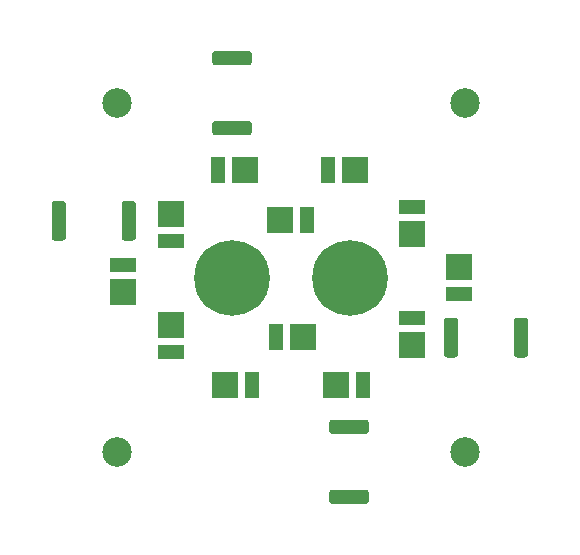
<source format=gbr>
%TF.GenerationSoftware,KiCad,Pcbnew,(5.1.9-0-10_14)*%
%TF.CreationDate,2021-08-05T12:05:48+01:00*%
%TF.ProjectId,gu10-12v-lamp,67753130-2d31-4327-962d-6c616d702e6b,rev?*%
%TF.SameCoordinates,Original*%
%TF.FileFunction,Soldermask,Top*%
%TF.FilePolarity,Negative*%
%FSLAX46Y46*%
G04 Gerber Fmt 4.6, Leading zero omitted, Abs format (unit mm)*
G04 Created by KiCad (PCBNEW (5.1.9-0-10_14)) date 2021-08-05 12:05:48*
%MOMM*%
%LPD*%
G01*
G04 APERTURE LIST*
%ADD10R,2.200000X1.250000*%
%ADD11R,2.200000X2.200000*%
%ADD12R,1.250000X2.200000*%
%ADD13C,2.500000*%
%ADD14C,0.800000*%
%ADD15C,6.400000*%
G04 APERTURE END LIST*
D10*
%TO.C,D13*%
X139800000Y-96875000D03*
D11*
X139800000Y-94600000D03*
%TD*%
D10*
%TO.C,D12*%
X139800000Y-106275000D03*
D11*
X139800000Y-104000000D03*
%TD*%
D10*
%TO.C,D11*%
X135800000Y-98925000D03*
D11*
X135800000Y-101200000D03*
%TD*%
D12*
%TO.C,D10*%
X148725000Y-105000000D03*
D11*
X151000000Y-105000000D03*
%TD*%
D10*
%TO.C,D9*%
X160200000Y-103400000D03*
D11*
X160200000Y-105675000D03*
%TD*%
D12*
%TO.C,D8*%
X151375000Y-95100000D03*
D11*
X149100000Y-95100000D03*
%TD*%
D12*
%TO.C,D7*%
X146675000Y-109100000D03*
D11*
X144400000Y-109100000D03*
%TD*%
D10*
%TO.C,D6*%
X160200000Y-94025000D03*
D11*
X160200000Y-96300000D03*
%TD*%
D12*
%TO.C,D5*%
X153125000Y-90900000D03*
D11*
X155400000Y-90900000D03*
%TD*%
D12*
%TO.C,D4*%
X156075000Y-109100000D03*
D11*
X153800000Y-109100000D03*
%TD*%
D10*
%TO.C,D3*%
X164200000Y-101375000D03*
D11*
X164200000Y-99100000D03*
%TD*%
D12*
%TO.C,D2*%
X143825000Y-90900000D03*
D11*
X146100000Y-90900000D03*
%TD*%
D13*
%TO.C,H6*%
X135250000Y-85250000D03*
%TD*%
%TO.C,H5*%
X164750000Y-85250000D03*
%TD*%
%TO.C,H4*%
X135250000Y-114750000D03*
%TD*%
%TO.C,H3*%
X164750000Y-114750000D03*
%TD*%
D14*
%TO.C,H2*%
X156697056Y-98302944D03*
X155000000Y-97600000D03*
X153302944Y-98302944D03*
X152600000Y-100000000D03*
X153302944Y-101697056D03*
X155000000Y-102400000D03*
X156697056Y-101697056D03*
X157400000Y-100000000D03*
D15*
X155000000Y-100000000D03*
%TD*%
D14*
%TO.C,H1*%
X146697056Y-98302944D03*
X145000000Y-97600000D03*
X143302944Y-98302944D03*
X142600000Y-100000000D03*
X143302944Y-101697056D03*
X145000000Y-102400000D03*
X146697056Y-101697056D03*
X147400000Y-100000000D03*
D15*
X145000000Y-100000000D03*
%TD*%
%TO.C,R4*%
G36*
G01*
X130950000Y-93774999D02*
X130950000Y-96625001D01*
G75*
G02*
X130700001Y-96875000I-249999J0D01*
G01*
X129974999Y-96875000D01*
G75*
G02*
X129725000Y-96625001I0J249999D01*
G01*
X129725000Y-93774999D01*
G75*
G02*
X129974999Y-93525000I249999J0D01*
G01*
X130700001Y-93525000D01*
G75*
G02*
X130950000Y-93774999I0J-249999D01*
G01*
G37*
G36*
G01*
X136875000Y-93774999D02*
X136875000Y-96625001D01*
G75*
G02*
X136625001Y-96875000I-249999J0D01*
G01*
X135899999Y-96875000D01*
G75*
G02*
X135650000Y-96625001I0J249999D01*
G01*
X135650000Y-93774999D01*
G75*
G02*
X135899999Y-93525000I249999J0D01*
G01*
X136625001Y-93525000D01*
G75*
G02*
X136875000Y-93774999I0J-249999D01*
G01*
G37*
%TD*%
%TO.C,R3*%
G36*
G01*
X153474999Y-117950000D02*
X156325001Y-117950000D01*
G75*
G02*
X156575000Y-118199999I0J-249999D01*
G01*
X156575000Y-118925001D01*
G75*
G02*
X156325001Y-119175000I-249999J0D01*
G01*
X153474999Y-119175000D01*
G75*
G02*
X153225000Y-118925001I0J249999D01*
G01*
X153225000Y-118199999D01*
G75*
G02*
X153474999Y-117950000I249999J0D01*
G01*
G37*
G36*
G01*
X153474999Y-112025000D02*
X156325001Y-112025000D01*
G75*
G02*
X156575000Y-112274999I0J-249999D01*
G01*
X156575000Y-113000001D01*
G75*
G02*
X156325001Y-113250000I-249999J0D01*
G01*
X153474999Y-113250000D01*
G75*
G02*
X153225000Y-113000001I0J249999D01*
G01*
X153225000Y-112274999D01*
G75*
G02*
X153474999Y-112025000I249999J0D01*
G01*
G37*
%TD*%
%TO.C,R2*%
G36*
G01*
X168850000Y-106525001D02*
X168850000Y-103674999D01*
G75*
G02*
X169099999Y-103425000I249999J0D01*
G01*
X169825001Y-103425000D01*
G75*
G02*
X170075000Y-103674999I0J-249999D01*
G01*
X170075000Y-106525001D01*
G75*
G02*
X169825001Y-106775000I-249999J0D01*
G01*
X169099999Y-106775000D01*
G75*
G02*
X168850000Y-106525001I0J249999D01*
G01*
G37*
G36*
G01*
X162925000Y-106525001D02*
X162925000Y-103674999D01*
G75*
G02*
X163174999Y-103425000I249999J0D01*
G01*
X163900001Y-103425000D01*
G75*
G02*
X164150000Y-103674999I0J-249999D01*
G01*
X164150000Y-106525001D01*
G75*
G02*
X163900001Y-106775000I-249999J0D01*
G01*
X163174999Y-106775000D01*
G75*
G02*
X162925000Y-106525001I0J249999D01*
G01*
G37*
%TD*%
%TO.C,R1*%
G36*
G01*
X146425001Y-82050000D02*
X143574999Y-82050000D01*
G75*
G02*
X143325000Y-81800001I0J249999D01*
G01*
X143325000Y-81074999D01*
G75*
G02*
X143574999Y-80825000I249999J0D01*
G01*
X146425001Y-80825000D01*
G75*
G02*
X146675000Y-81074999I0J-249999D01*
G01*
X146675000Y-81800001D01*
G75*
G02*
X146425001Y-82050000I-249999J0D01*
G01*
G37*
G36*
G01*
X146425001Y-87975000D02*
X143574999Y-87975000D01*
G75*
G02*
X143325000Y-87725001I0J249999D01*
G01*
X143325000Y-86999999D01*
G75*
G02*
X143574999Y-86750000I249999J0D01*
G01*
X146425001Y-86750000D01*
G75*
G02*
X146675000Y-86999999I0J-249999D01*
G01*
X146675000Y-87725001D01*
G75*
G02*
X146425001Y-87975000I-249999J0D01*
G01*
G37*
%TD*%
M02*

</source>
